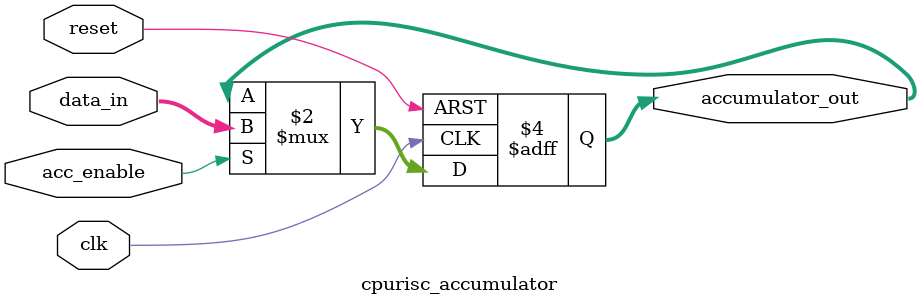
<source format=v>
`timescale 1ns / 1ps


module cpurisc_accumulator(
    input clk,
    input reset,
    input [7:0] data_in,
    input acc_enable,
    output [7:0] accumulator_out
    );
    
    reg [7:0] reg_accumulator_out;
    
    
    always @(posedge clk or posedge reset) begin
        if(reset) begin
            accumulator_out <= 8'b00000000;
        end
        else if(acc_enable) begin
            accumulator_out <= data_in;
        end
    end
endmodule

</source>
